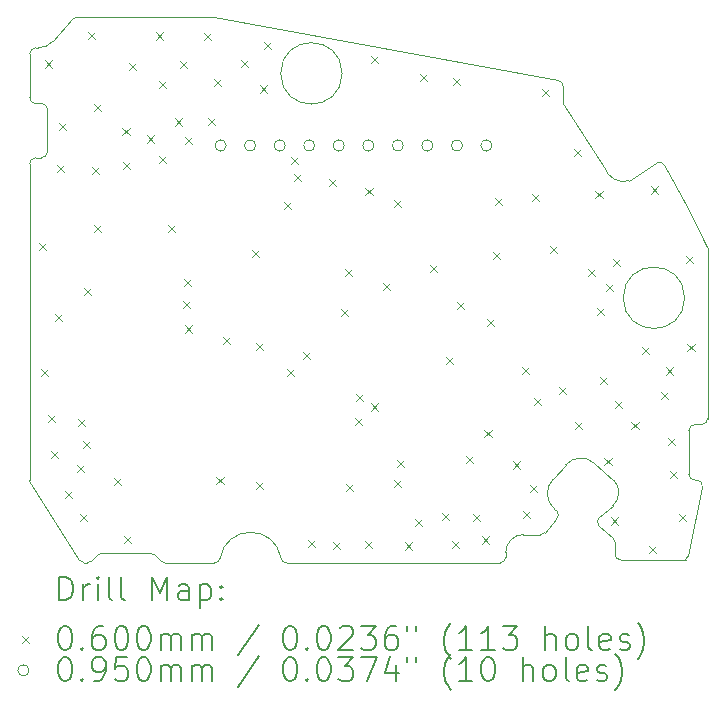
<source format=gbr>
%FSLAX45Y45*%
G04 Gerber Fmt 4.5, Leading zero omitted, Abs format (unit mm)*
G04 Created by KiCad (PCBNEW (6.0.6)) date 2023-05-08 04:54:04*
%MOMM*%
%LPD*%
G01*
G04 APERTURE LIST*
%TA.AperFunction,Profile*%
%ADD10C,0.100000*%
%TD*%
%ADD11C,0.200000*%
%ADD12C,0.060000*%
%ADD13C,0.095000*%
G04 APERTURE END LIST*
D10*
X15915732Y-12644082D02*
X15915732Y-12684082D01*
X17461403Y-12673421D02*
X17580503Y-12092621D01*
X14012341Y-12692472D02*
G75*
G03*
X13497996Y-12694126I-257037J-43171D01*
G01*
X16343734Y-12364921D02*
X16246334Y-12476921D01*
X17429891Y-10489164D02*
G75*
G03*
X17429891Y-10489164I-260000J0D01*
G01*
X11884598Y-12036216D02*
X11884598Y-9354216D01*
X16839890Y-12560463D02*
G75*
G03*
X16823109Y-12523093I-49970J14D01*
G01*
X17515598Y-12032216D02*
X17531598Y-12032216D01*
X12492369Y-12653657D02*
X12910969Y-12653657D01*
X13445779Y-12733651D02*
G75*
G03*
X13497996Y-12694126I3091J50171D01*
G01*
X11934598Y-8374218D02*
G75*
G03*
X11884598Y-8424216I2J-50002D01*
G01*
X16703409Y-12418993D02*
X16823109Y-12523093D01*
X11984598Y-9304218D02*
G75*
G03*
X12034598Y-9254216I2J49998D01*
G01*
X12997025Y-12719000D02*
G75*
G03*
X13032379Y-12733646I35355J35350D01*
G01*
X17189194Y-9349690D02*
X16960194Y-9498390D01*
X11884598Y-8794216D02*
X11884598Y-8424216D01*
X12034604Y-8894216D02*
G75*
G03*
X11984598Y-8844216I-50004J-4D01*
G01*
X16317453Y-12025221D02*
X16422453Y-11904521D01*
X16835871Y-12038480D02*
X16662271Y-11887580D01*
X16889891Y-12709163D02*
X17326391Y-12709163D01*
X12346458Y-12733646D02*
X12370958Y-12733646D01*
X16208332Y-12494078D02*
G75*
G03*
X16246334Y-12476921I88J50468D01*
G01*
X16751399Y-9382819D02*
G75*
G03*
X16960194Y-9498390I162181J46609D01*
G01*
X12034598Y-9254216D02*
X12034598Y-8894216D01*
X17625600Y-11512021D02*
X17625600Y-10067321D01*
X11934598Y-8374216D02*
X11954398Y-8374216D01*
X13032379Y-12733646D02*
X13445779Y-12733646D01*
X17580501Y-12092621D02*
G75*
G03*
X17531598Y-12032216I-48911J10401D01*
G01*
X16343731Y-12364917D02*
G75*
G03*
X16348388Y-12294100I-33081J37738D01*
G01*
X12281349Y-8115000D02*
X13442649Y-8115000D01*
X14061632Y-12734082D02*
X15865732Y-12734082D01*
X13442649Y-8115000D02*
X16359749Y-8648500D01*
X12304396Y-12710686D02*
G75*
G03*
X12346458Y-12733646I42044J27016D01*
G01*
X17625600Y-10067321D02*
G75*
G03*
X17261426Y-9369044I-8178660J-3821339D01*
G01*
X12281349Y-8115002D02*
G75*
G03*
X12243598Y-8132216I11J-50028D01*
G01*
X16065732Y-12494082D02*
X16208332Y-12494082D01*
X17465598Y-11982216D02*
X17465598Y-11612216D01*
X12082881Y-8315766D02*
X12243598Y-8132216D01*
X14529891Y-8589164D02*
G75*
G03*
X14529891Y-8589164I-260000J0D01*
G01*
X17326391Y-12709163D02*
X17437891Y-12705963D01*
X16751397Y-9382820D02*
X16409397Y-8856220D01*
X16401183Y-8697761D02*
G75*
G03*
X16359749Y-8648500I-50023J-19D01*
G01*
X11934598Y-9304216D02*
X11984598Y-9304216D01*
X12406313Y-12719001D02*
X12457013Y-12668301D01*
X16708133Y-12348251D02*
X16821333Y-12249851D01*
X16821330Y-12249847D02*
G75*
G03*
X16835871Y-12038480I-98600J112967D01*
G01*
X11884598Y-12036216D02*
G75*
G03*
X11892698Y-12063499I49952J-14D01*
G01*
X14012340Y-12692472D02*
G75*
G03*
X14061632Y-12734082I49310J8412D01*
G01*
X15865732Y-12734082D02*
G75*
G03*
X15915732Y-12684082I-2J50002D01*
G01*
X11934598Y-9304218D02*
G75*
G03*
X11884598Y-9354216I2J-50002D01*
G01*
X16839891Y-12659163D02*
X16839891Y-12560463D01*
X12946324Y-12668301D02*
X12997024Y-12719001D01*
X12492369Y-12653657D02*
G75*
G03*
X12457013Y-12668301I1J-50003D01*
G01*
X12370958Y-12733646D02*
G75*
G03*
X12406313Y-12719001I2J49996D01*
G01*
X17515598Y-11562218D02*
G75*
G03*
X17465598Y-11612216I2J-50002D01*
G01*
X11984598Y-8844216D02*
X11934598Y-8844216D01*
X16839887Y-12659163D02*
G75*
G03*
X16889891Y-12709163I50004J4D01*
G01*
X11884604Y-8794216D02*
G75*
G03*
X11934598Y-8844216I49996J-4D01*
G01*
X17261421Y-9369046D02*
G75*
G03*
X17189194Y-9349690I-44631J-22104D01*
G01*
X11954398Y-8374215D02*
G75*
G03*
X12082881Y-8315766I262J169865D01*
G01*
X16401182Y-8697761D02*
X16401182Y-8828761D01*
X17575600Y-11562020D02*
G75*
G03*
X17625600Y-11512021I0J50000D01*
G01*
X16348388Y-12294100D02*
X16325788Y-12274400D01*
X17465604Y-11982216D02*
G75*
G03*
X17515598Y-12032216I49996J-4D01*
G01*
X11892698Y-12063499D02*
X12304399Y-12710684D01*
X16708129Y-12348247D02*
G75*
G03*
X16703409Y-12418993I33011J-37733D01*
G01*
X16317448Y-12025216D02*
G75*
G03*
X16325788Y-12274400I119742J-120724D01*
G01*
X12946325Y-12668300D02*
G75*
G03*
X12910969Y-12653657I-35355J-35360D01*
G01*
X16065732Y-12494082D02*
G75*
G03*
X15915732Y-12644082I-2J-149998D01*
G01*
X16662268Y-11887583D02*
G75*
G03*
X16422453Y-11904521I-111438J-128377D01*
G01*
X17437892Y-12705966D02*
G75*
G03*
X17461403Y-12673421I-25582J43246D01*
G01*
X16401185Y-8828761D02*
G75*
G03*
X16409397Y-8856220I50015J1D01*
G01*
X17575600Y-11562021D02*
X17515598Y-11562216D01*
D11*
D12*
X11961000Y-10024000D02*
X12021000Y-10084000D01*
X12021000Y-10024000D02*
X11961000Y-10084000D01*
X11977000Y-11091000D02*
X12037000Y-11151000D01*
X12037000Y-11091000D02*
X11977000Y-11151000D01*
X12011000Y-8480000D02*
X12071000Y-8540000D01*
X12071000Y-8480000D02*
X12011000Y-8540000D01*
X12040000Y-11481000D02*
X12100000Y-11541000D01*
X12100000Y-11481000D02*
X12040000Y-11541000D01*
X12062000Y-11789000D02*
X12122000Y-11849000D01*
X12122000Y-11789000D02*
X12062000Y-11849000D01*
X12102000Y-10623000D02*
X12162000Y-10683000D01*
X12162000Y-10623000D02*
X12102000Y-10683000D01*
X12119000Y-9361000D02*
X12179000Y-9421000D01*
X12179000Y-9361000D02*
X12119000Y-9421000D01*
X12129000Y-9011000D02*
X12189000Y-9071000D01*
X12189000Y-9011000D02*
X12129000Y-9071000D01*
X12180000Y-12127000D02*
X12240000Y-12187000D01*
X12240000Y-12127000D02*
X12180000Y-12187000D01*
X12286000Y-11902000D02*
X12346000Y-11962000D01*
X12346000Y-11902000D02*
X12286000Y-11962000D01*
X12294000Y-11515000D02*
X12354000Y-11575000D01*
X12354000Y-11515000D02*
X12294000Y-11575000D01*
X12314000Y-12323000D02*
X12374000Y-12383000D01*
X12374000Y-12323000D02*
X12314000Y-12383000D01*
X12335000Y-11698000D02*
X12395000Y-11758000D01*
X12395000Y-11698000D02*
X12335000Y-11758000D01*
X12347000Y-10410000D02*
X12407000Y-10470000D01*
X12407000Y-10410000D02*
X12347000Y-10470000D01*
X12382000Y-8241000D02*
X12442000Y-8301000D01*
X12442000Y-8241000D02*
X12382000Y-8301000D01*
X12415000Y-9378000D02*
X12475000Y-9438000D01*
X12475000Y-9378000D02*
X12415000Y-9438000D01*
X12427000Y-8848000D02*
X12487000Y-8908000D01*
X12487000Y-8848000D02*
X12427000Y-8908000D01*
X12428000Y-9871000D02*
X12488000Y-9931000D01*
X12488000Y-9871000D02*
X12428000Y-9931000D01*
X12601000Y-12014000D02*
X12661000Y-12074000D01*
X12661000Y-12014000D02*
X12601000Y-12074000D01*
X12670000Y-9049000D02*
X12730000Y-9109000D01*
X12730000Y-9049000D02*
X12670000Y-9109000D01*
X12677000Y-9342000D02*
X12737000Y-9402000D01*
X12737000Y-9342000D02*
X12677000Y-9402000D01*
X12680000Y-12506000D02*
X12740000Y-12566000D01*
X12740000Y-12506000D02*
X12680000Y-12566000D01*
X12723000Y-8504000D02*
X12783000Y-8564000D01*
X12783000Y-8504000D02*
X12723000Y-8564000D01*
X12877000Y-9115000D02*
X12937000Y-9175000D01*
X12937000Y-9115000D02*
X12877000Y-9175000D01*
X12955000Y-8243000D02*
X13015000Y-8303000D01*
X13015000Y-8243000D02*
X12955000Y-8303000D01*
X12978822Y-8655763D02*
X13038822Y-8715763D01*
X13038822Y-8655763D02*
X12978822Y-8715763D01*
X12982000Y-9290000D02*
X13042000Y-9350000D01*
X13042000Y-9290000D02*
X12982000Y-9350000D01*
X13054000Y-9874000D02*
X13114000Y-9934000D01*
X13114000Y-9874000D02*
X13054000Y-9934000D01*
X13117000Y-8971000D02*
X13177000Y-9031000D01*
X13177000Y-8971000D02*
X13117000Y-9031000D01*
X13159000Y-8487000D02*
X13219000Y-8547000D01*
X13219000Y-8487000D02*
X13159000Y-8547000D01*
X13184000Y-10516000D02*
X13244000Y-10576000D01*
X13244000Y-10516000D02*
X13184000Y-10576000D01*
X13188000Y-10331000D02*
X13248000Y-10391000D01*
X13248000Y-10331000D02*
X13188000Y-10391000D01*
X13196000Y-9129000D02*
X13256000Y-9189000D01*
X13256000Y-9129000D02*
X13196000Y-9189000D01*
X13199000Y-10724000D02*
X13259000Y-10784000D01*
X13259000Y-10724000D02*
X13199000Y-10784000D01*
X13363000Y-8248000D02*
X13423000Y-8308000D01*
X13423000Y-8248000D02*
X13363000Y-8308000D01*
X13392000Y-8967000D02*
X13452000Y-9027000D01*
X13452000Y-8967000D02*
X13392000Y-9027000D01*
X13445000Y-8637000D02*
X13505000Y-8697000D01*
X13505000Y-8637000D02*
X13445000Y-8697000D01*
X13466000Y-12008000D02*
X13526000Y-12068000D01*
X13526000Y-12008000D02*
X13466000Y-12068000D01*
X13518000Y-10818000D02*
X13578000Y-10878000D01*
X13578000Y-10818000D02*
X13518000Y-10878000D01*
X13674000Y-8478000D02*
X13734000Y-8538000D01*
X13734000Y-8478000D02*
X13674000Y-8538000D01*
X13768000Y-10086000D02*
X13828000Y-10146000D01*
X13828000Y-10086000D02*
X13768000Y-10146000D01*
X13800000Y-12046000D02*
X13860000Y-12106000D01*
X13860000Y-12046000D02*
X13800000Y-12106000D01*
X13803000Y-10871000D02*
X13863000Y-10931000D01*
X13863000Y-10871000D02*
X13803000Y-10931000D01*
X13833000Y-8692000D02*
X13893000Y-8752000D01*
X13893000Y-8692000D02*
X13833000Y-8752000D01*
X13867000Y-8327000D02*
X13927000Y-8387000D01*
X13927000Y-8327000D02*
X13867000Y-8387000D01*
X14041104Y-9677104D02*
X14101104Y-9737104D01*
X14101104Y-9677104D02*
X14041104Y-9737104D01*
X14064206Y-11094997D02*
X14124206Y-11154997D01*
X14124206Y-11094997D02*
X14064206Y-11154997D01*
X14095000Y-9300000D02*
X14155000Y-9360000D01*
X14155000Y-9300000D02*
X14095000Y-9360000D01*
X14124186Y-9442100D02*
X14184186Y-9502100D01*
X14184186Y-9442100D02*
X14124186Y-9502100D01*
X14199671Y-10949334D02*
X14259671Y-11009334D01*
X14259671Y-10949334D02*
X14199671Y-11009334D01*
X14242000Y-12542000D02*
X14302000Y-12602000D01*
X14302000Y-12542000D02*
X14242000Y-12602000D01*
X14417000Y-9482050D02*
X14477000Y-9542050D01*
X14477000Y-9482050D02*
X14417000Y-9542050D01*
X14450000Y-12559000D02*
X14510000Y-12619000D01*
X14510000Y-12559000D02*
X14450000Y-12619000D01*
X14523000Y-10582000D02*
X14583000Y-10642000D01*
X14583000Y-10582000D02*
X14523000Y-10642000D01*
X14553000Y-10247000D02*
X14613000Y-10307000D01*
X14613000Y-10247000D02*
X14553000Y-10307000D01*
X14561000Y-12063000D02*
X14621000Y-12123000D01*
X14621000Y-12063000D02*
X14561000Y-12123000D01*
X14638000Y-11507000D02*
X14698000Y-11567000D01*
X14698000Y-11507000D02*
X14638000Y-11567000D01*
X14647000Y-11300000D02*
X14707000Y-11360000D01*
X14707000Y-11300000D02*
X14647000Y-11360000D01*
X14720000Y-12545000D02*
X14780000Y-12605000D01*
X14780000Y-12545000D02*
X14720000Y-12605000D01*
X14728000Y-9557000D02*
X14788000Y-9617000D01*
X14788000Y-9557000D02*
X14728000Y-9617000D01*
X14777000Y-11384000D02*
X14837000Y-11444000D01*
X14837000Y-11384000D02*
X14777000Y-11444000D01*
X14778000Y-8441000D02*
X14838000Y-8501000D01*
X14838000Y-8441000D02*
X14778000Y-8501000D01*
X14878000Y-10365000D02*
X14938000Y-10425000D01*
X14938000Y-10365000D02*
X14878000Y-10425000D01*
X14966000Y-9662000D02*
X15026000Y-9722000D01*
X15026000Y-9662000D02*
X14966000Y-9722000D01*
X14972000Y-12035000D02*
X15032000Y-12095000D01*
X15032000Y-12035000D02*
X14972000Y-12095000D01*
X14994000Y-11863000D02*
X15054000Y-11923000D01*
X15054000Y-11863000D02*
X14994000Y-11923000D01*
X15065000Y-12561000D02*
X15125000Y-12621000D01*
X15125000Y-12561000D02*
X15065000Y-12621000D01*
X15148000Y-12359000D02*
X15208000Y-12419000D01*
X15208000Y-12359000D02*
X15148000Y-12419000D01*
X15191000Y-8597000D02*
X15251000Y-8657000D01*
X15251000Y-8597000D02*
X15191000Y-8657000D01*
X15273000Y-10212000D02*
X15333000Y-10272000D01*
X15333000Y-10212000D02*
X15273000Y-10272000D01*
X15379000Y-12308000D02*
X15439000Y-12368000D01*
X15439000Y-12308000D02*
X15379000Y-12368000D01*
X15412000Y-10994000D02*
X15472000Y-11054000D01*
X15472000Y-10994000D02*
X15412000Y-11054000D01*
X15457000Y-12548000D02*
X15517000Y-12608000D01*
X15517000Y-12548000D02*
X15457000Y-12608000D01*
X15466000Y-8629000D02*
X15526000Y-8689000D01*
X15526000Y-8629000D02*
X15466000Y-8689000D01*
X15503000Y-10521000D02*
X15563000Y-10581000D01*
X15563000Y-10521000D02*
X15503000Y-10581000D01*
X15575000Y-11825000D02*
X15635000Y-11885000D01*
X15635000Y-11825000D02*
X15575000Y-11885000D01*
X15638000Y-12318000D02*
X15698000Y-12378000D01*
X15698000Y-12318000D02*
X15638000Y-12378000D01*
X15715000Y-12510000D02*
X15775000Y-12570000D01*
X15775000Y-12510000D02*
X15715000Y-12570000D01*
X15735000Y-11611000D02*
X15795000Y-11671000D01*
X15795000Y-11611000D02*
X15735000Y-11671000D01*
X15756000Y-10665000D02*
X15816000Y-10725000D01*
X15816000Y-10665000D02*
X15756000Y-10725000D01*
X15803896Y-10104896D02*
X15863896Y-10164896D01*
X15863896Y-10104896D02*
X15803896Y-10164896D01*
X15823000Y-9644000D02*
X15883000Y-9704000D01*
X15883000Y-9644000D02*
X15823000Y-9704000D01*
X15979000Y-11875000D02*
X16039000Y-11935000D01*
X16039000Y-11875000D02*
X15979000Y-11935000D01*
X16054000Y-11073000D02*
X16114000Y-11133000D01*
X16114000Y-11073000D02*
X16054000Y-11133000D01*
X16062000Y-12293000D02*
X16122000Y-12353000D01*
X16122000Y-12293000D02*
X16062000Y-12353000D01*
X16120000Y-12071000D02*
X16180000Y-12131000D01*
X16180000Y-12071000D02*
X16120000Y-12131000D01*
X16141000Y-9607000D02*
X16201000Y-9667000D01*
X16201000Y-9607000D02*
X16141000Y-9667000D01*
X16155000Y-11335000D02*
X16215000Y-11395000D01*
X16215000Y-11335000D02*
X16155000Y-11395000D01*
X16221000Y-8718000D02*
X16281000Y-8778000D01*
X16281000Y-8718000D02*
X16221000Y-8778000D01*
X16287000Y-10053000D02*
X16347000Y-10113000D01*
X16347000Y-10053000D02*
X16287000Y-10113000D01*
X16364000Y-11245000D02*
X16424000Y-11305000D01*
X16424000Y-11245000D02*
X16364000Y-11305000D01*
X16494000Y-9227000D02*
X16554000Y-9287000D01*
X16554000Y-9227000D02*
X16494000Y-9287000D01*
X16501000Y-11540000D02*
X16561000Y-11600000D01*
X16561000Y-11540000D02*
X16501000Y-11600000D01*
X16614000Y-10246000D02*
X16674000Y-10306000D01*
X16674000Y-10246000D02*
X16614000Y-10306000D01*
X16675000Y-9588000D02*
X16735000Y-9648000D01*
X16735000Y-9588000D02*
X16675000Y-9648000D01*
X16691000Y-10574000D02*
X16751000Y-10634000D01*
X16751000Y-10574000D02*
X16691000Y-10634000D01*
X16711000Y-11156000D02*
X16771000Y-11216000D01*
X16771000Y-11156000D02*
X16711000Y-11216000D01*
X16751000Y-11842000D02*
X16811000Y-11902000D01*
X16811000Y-11842000D02*
X16751000Y-11902000D01*
X16764000Y-10370000D02*
X16824000Y-10430000D01*
X16824000Y-10370000D02*
X16764000Y-10430000D01*
X16805000Y-12349000D02*
X16865000Y-12409000D01*
X16865000Y-12349000D02*
X16805000Y-12409000D01*
X16822000Y-10159000D02*
X16882000Y-10219000D01*
X16882000Y-10159000D02*
X16822000Y-10219000D01*
X16839000Y-11361000D02*
X16899000Y-11421000D01*
X16899000Y-11361000D02*
X16839000Y-11421000D01*
X16980000Y-11541000D02*
X17040000Y-11601000D01*
X17040000Y-11541000D02*
X16980000Y-11601000D01*
X17070000Y-10904000D02*
X17130000Y-10964000D01*
X17130000Y-10904000D02*
X17070000Y-10964000D01*
X17128000Y-12591000D02*
X17188000Y-12651000D01*
X17188000Y-12591000D02*
X17128000Y-12651000D01*
X17148000Y-9547000D02*
X17208000Y-9607000D01*
X17208000Y-9547000D02*
X17148000Y-9607000D01*
X17228000Y-11289000D02*
X17288000Y-11349000D01*
X17288000Y-11289000D02*
X17228000Y-11349000D01*
X17270000Y-11079000D02*
X17330000Y-11139000D01*
X17330000Y-11079000D02*
X17270000Y-11139000D01*
X17292000Y-11673000D02*
X17352000Y-11733000D01*
X17352000Y-11673000D02*
X17292000Y-11733000D01*
X17305000Y-11955000D02*
X17365000Y-12015000D01*
X17365000Y-11955000D02*
X17305000Y-12015000D01*
X17382000Y-12322000D02*
X17442000Y-12382000D01*
X17442000Y-12322000D02*
X17382000Y-12382000D01*
X17439000Y-10139000D02*
X17499000Y-10199000D01*
X17499000Y-10139000D02*
X17439000Y-10199000D01*
X17454000Y-10883000D02*
X17514000Y-10943000D01*
X17514000Y-10883000D02*
X17454000Y-10943000D01*
D13*
X13548999Y-9200000D02*
G75*
G03*
X13548999Y-9200000I-47500J0D01*
G01*
X13798999Y-9200000D02*
G75*
G03*
X13798999Y-9200000I-47500J0D01*
G01*
X14048999Y-9200000D02*
G75*
G03*
X14048999Y-9200000I-47500J0D01*
G01*
X14298999Y-9200000D02*
G75*
G03*
X14298999Y-9200000I-47500J0D01*
G01*
X14548999Y-9200000D02*
G75*
G03*
X14548999Y-9200000I-47500J0D01*
G01*
X14798999Y-9200000D02*
G75*
G03*
X14798999Y-9200000I-47500J0D01*
G01*
X15048999Y-9200000D02*
G75*
G03*
X15048999Y-9200000I-47500J0D01*
G01*
X15298999Y-9200000D02*
G75*
G03*
X15298999Y-9200000I-47500J0D01*
G01*
X15548999Y-9200000D02*
G75*
G03*
X15548999Y-9200000I-47500J0D01*
G01*
X15798999Y-9200000D02*
G75*
G03*
X15798999Y-9200000I-47500J0D01*
G01*
D11*
X12137217Y-13049558D02*
X12137217Y-12849558D01*
X12184836Y-12849558D01*
X12213407Y-12859082D01*
X12232455Y-12878130D01*
X12241979Y-12897177D01*
X12251502Y-12935272D01*
X12251502Y-12963844D01*
X12241979Y-13001939D01*
X12232455Y-13020987D01*
X12213407Y-13040034D01*
X12184836Y-13049558D01*
X12137217Y-13049558D01*
X12337217Y-13049558D02*
X12337217Y-12916225D01*
X12337217Y-12954320D02*
X12346740Y-12935272D01*
X12356264Y-12925749D01*
X12375312Y-12916225D01*
X12394360Y-12916225D01*
X12461026Y-13049558D02*
X12461026Y-12916225D01*
X12461026Y-12849558D02*
X12451502Y-12859082D01*
X12461026Y-12868606D01*
X12470550Y-12859082D01*
X12461026Y-12849558D01*
X12461026Y-12868606D01*
X12584836Y-13049558D02*
X12565788Y-13040034D01*
X12556264Y-13020987D01*
X12556264Y-12849558D01*
X12689598Y-13049558D02*
X12670550Y-13040034D01*
X12661026Y-13020987D01*
X12661026Y-12849558D01*
X12918169Y-13049558D02*
X12918169Y-12849558D01*
X12984836Y-12992415D01*
X13051502Y-12849558D01*
X13051502Y-13049558D01*
X13232455Y-13049558D02*
X13232455Y-12944796D01*
X13222931Y-12925749D01*
X13203883Y-12916225D01*
X13165788Y-12916225D01*
X13146740Y-12925749D01*
X13232455Y-13040034D02*
X13213407Y-13049558D01*
X13165788Y-13049558D01*
X13146740Y-13040034D01*
X13137217Y-13020987D01*
X13137217Y-13001939D01*
X13146740Y-12982892D01*
X13165788Y-12973368D01*
X13213407Y-12973368D01*
X13232455Y-12963844D01*
X13327693Y-12916225D02*
X13327693Y-13116225D01*
X13327693Y-12925749D02*
X13346740Y-12916225D01*
X13384836Y-12916225D01*
X13403883Y-12925749D01*
X13413407Y-12935272D01*
X13422931Y-12954320D01*
X13422931Y-13011463D01*
X13413407Y-13030511D01*
X13403883Y-13040034D01*
X13384836Y-13049558D01*
X13346740Y-13049558D01*
X13327693Y-13040034D01*
X13508645Y-13030511D02*
X13518169Y-13040034D01*
X13508645Y-13049558D01*
X13499121Y-13040034D01*
X13508645Y-13030511D01*
X13508645Y-13049558D01*
X13508645Y-12925749D02*
X13518169Y-12935272D01*
X13508645Y-12944796D01*
X13499121Y-12935272D01*
X13508645Y-12925749D01*
X13508645Y-12944796D01*
D12*
X11819598Y-13349082D02*
X11879598Y-13409082D01*
X11879598Y-13349082D02*
X11819598Y-13409082D01*
D11*
X12175312Y-13269558D02*
X12194360Y-13269558D01*
X12213407Y-13279082D01*
X12222931Y-13288606D01*
X12232455Y-13307653D01*
X12241979Y-13345749D01*
X12241979Y-13393368D01*
X12232455Y-13431463D01*
X12222931Y-13450511D01*
X12213407Y-13460034D01*
X12194360Y-13469558D01*
X12175312Y-13469558D01*
X12156264Y-13460034D01*
X12146740Y-13450511D01*
X12137217Y-13431463D01*
X12127693Y-13393368D01*
X12127693Y-13345749D01*
X12137217Y-13307653D01*
X12146740Y-13288606D01*
X12156264Y-13279082D01*
X12175312Y-13269558D01*
X12327693Y-13450511D02*
X12337217Y-13460034D01*
X12327693Y-13469558D01*
X12318169Y-13460034D01*
X12327693Y-13450511D01*
X12327693Y-13469558D01*
X12508645Y-13269558D02*
X12470550Y-13269558D01*
X12451502Y-13279082D01*
X12441979Y-13288606D01*
X12422931Y-13317177D01*
X12413407Y-13355272D01*
X12413407Y-13431463D01*
X12422931Y-13450511D01*
X12432455Y-13460034D01*
X12451502Y-13469558D01*
X12489598Y-13469558D01*
X12508645Y-13460034D01*
X12518169Y-13450511D01*
X12527693Y-13431463D01*
X12527693Y-13383844D01*
X12518169Y-13364796D01*
X12508645Y-13355272D01*
X12489598Y-13345749D01*
X12451502Y-13345749D01*
X12432455Y-13355272D01*
X12422931Y-13364796D01*
X12413407Y-13383844D01*
X12651502Y-13269558D02*
X12670550Y-13269558D01*
X12689598Y-13279082D01*
X12699121Y-13288606D01*
X12708645Y-13307653D01*
X12718169Y-13345749D01*
X12718169Y-13393368D01*
X12708645Y-13431463D01*
X12699121Y-13450511D01*
X12689598Y-13460034D01*
X12670550Y-13469558D01*
X12651502Y-13469558D01*
X12632455Y-13460034D01*
X12622931Y-13450511D01*
X12613407Y-13431463D01*
X12603883Y-13393368D01*
X12603883Y-13345749D01*
X12613407Y-13307653D01*
X12622931Y-13288606D01*
X12632455Y-13279082D01*
X12651502Y-13269558D01*
X12841979Y-13269558D02*
X12861026Y-13269558D01*
X12880074Y-13279082D01*
X12889598Y-13288606D01*
X12899121Y-13307653D01*
X12908645Y-13345749D01*
X12908645Y-13393368D01*
X12899121Y-13431463D01*
X12889598Y-13450511D01*
X12880074Y-13460034D01*
X12861026Y-13469558D01*
X12841979Y-13469558D01*
X12822931Y-13460034D01*
X12813407Y-13450511D01*
X12803883Y-13431463D01*
X12794360Y-13393368D01*
X12794360Y-13345749D01*
X12803883Y-13307653D01*
X12813407Y-13288606D01*
X12822931Y-13279082D01*
X12841979Y-13269558D01*
X12994360Y-13469558D02*
X12994360Y-13336225D01*
X12994360Y-13355272D02*
X13003883Y-13345749D01*
X13022931Y-13336225D01*
X13051502Y-13336225D01*
X13070550Y-13345749D01*
X13080074Y-13364796D01*
X13080074Y-13469558D01*
X13080074Y-13364796D02*
X13089598Y-13345749D01*
X13108645Y-13336225D01*
X13137217Y-13336225D01*
X13156264Y-13345749D01*
X13165788Y-13364796D01*
X13165788Y-13469558D01*
X13261026Y-13469558D02*
X13261026Y-13336225D01*
X13261026Y-13355272D02*
X13270550Y-13345749D01*
X13289598Y-13336225D01*
X13318169Y-13336225D01*
X13337217Y-13345749D01*
X13346740Y-13364796D01*
X13346740Y-13469558D01*
X13346740Y-13364796D02*
X13356264Y-13345749D01*
X13375312Y-13336225D01*
X13403883Y-13336225D01*
X13422931Y-13345749D01*
X13432455Y-13364796D01*
X13432455Y-13469558D01*
X13822931Y-13260034D02*
X13651502Y-13517177D01*
X14080074Y-13269558D02*
X14099121Y-13269558D01*
X14118169Y-13279082D01*
X14127693Y-13288606D01*
X14137217Y-13307653D01*
X14146740Y-13345749D01*
X14146740Y-13393368D01*
X14137217Y-13431463D01*
X14127693Y-13450511D01*
X14118169Y-13460034D01*
X14099121Y-13469558D01*
X14080074Y-13469558D01*
X14061026Y-13460034D01*
X14051502Y-13450511D01*
X14041979Y-13431463D01*
X14032455Y-13393368D01*
X14032455Y-13345749D01*
X14041979Y-13307653D01*
X14051502Y-13288606D01*
X14061026Y-13279082D01*
X14080074Y-13269558D01*
X14232455Y-13450511D02*
X14241979Y-13460034D01*
X14232455Y-13469558D01*
X14222931Y-13460034D01*
X14232455Y-13450511D01*
X14232455Y-13469558D01*
X14365788Y-13269558D02*
X14384836Y-13269558D01*
X14403883Y-13279082D01*
X14413407Y-13288606D01*
X14422931Y-13307653D01*
X14432455Y-13345749D01*
X14432455Y-13393368D01*
X14422931Y-13431463D01*
X14413407Y-13450511D01*
X14403883Y-13460034D01*
X14384836Y-13469558D01*
X14365788Y-13469558D01*
X14346740Y-13460034D01*
X14337217Y-13450511D01*
X14327693Y-13431463D01*
X14318169Y-13393368D01*
X14318169Y-13345749D01*
X14327693Y-13307653D01*
X14337217Y-13288606D01*
X14346740Y-13279082D01*
X14365788Y-13269558D01*
X14508645Y-13288606D02*
X14518169Y-13279082D01*
X14537217Y-13269558D01*
X14584836Y-13269558D01*
X14603883Y-13279082D01*
X14613407Y-13288606D01*
X14622931Y-13307653D01*
X14622931Y-13326701D01*
X14613407Y-13355272D01*
X14499121Y-13469558D01*
X14622931Y-13469558D01*
X14689598Y-13269558D02*
X14813407Y-13269558D01*
X14746740Y-13345749D01*
X14775312Y-13345749D01*
X14794360Y-13355272D01*
X14803883Y-13364796D01*
X14813407Y-13383844D01*
X14813407Y-13431463D01*
X14803883Y-13450511D01*
X14794360Y-13460034D01*
X14775312Y-13469558D01*
X14718169Y-13469558D01*
X14699121Y-13460034D01*
X14689598Y-13450511D01*
X14984836Y-13269558D02*
X14946740Y-13269558D01*
X14927693Y-13279082D01*
X14918169Y-13288606D01*
X14899121Y-13317177D01*
X14889598Y-13355272D01*
X14889598Y-13431463D01*
X14899121Y-13450511D01*
X14908645Y-13460034D01*
X14927693Y-13469558D01*
X14965788Y-13469558D01*
X14984836Y-13460034D01*
X14994360Y-13450511D01*
X15003883Y-13431463D01*
X15003883Y-13383844D01*
X14994360Y-13364796D01*
X14984836Y-13355272D01*
X14965788Y-13345749D01*
X14927693Y-13345749D01*
X14908645Y-13355272D01*
X14899121Y-13364796D01*
X14889598Y-13383844D01*
X15080074Y-13269558D02*
X15080074Y-13307653D01*
X15156264Y-13269558D02*
X15156264Y-13307653D01*
X15451502Y-13545749D02*
X15441979Y-13536225D01*
X15422931Y-13507653D01*
X15413407Y-13488606D01*
X15403883Y-13460034D01*
X15394360Y-13412415D01*
X15394360Y-13374320D01*
X15403883Y-13326701D01*
X15413407Y-13298130D01*
X15422931Y-13279082D01*
X15441979Y-13250511D01*
X15451502Y-13240987D01*
X15632455Y-13469558D02*
X15518169Y-13469558D01*
X15575312Y-13469558D02*
X15575312Y-13269558D01*
X15556264Y-13298130D01*
X15537217Y-13317177D01*
X15518169Y-13326701D01*
X15822931Y-13469558D02*
X15708645Y-13469558D01*
X15765788Y-13469558D02*
X15765788Y-13269558D01*
X15746740Y-13298130D01*
X15727693Y-13317177D01*
X15708645Y-13326701D01*
X15889598Y-13269558D02*
X16013407Y-13269558D01*
X15946740Y-13345749D01*
X15975312Y-13345749D01*
X15994360Y-13355272D01*
X16003883Y-13364796D01*
X16013407Y-13383844D01*
X16013407Y-13431463D01*
X16003883Y-13450511D01*
X15994360Y-13460034D01*
X15975312Y-13469558D01*
X15918169Y-13469558D01*
X15899121Y-13460034D01*
X15889598Y-13450511D01*
X16251502Y-13469558D02*
X16251502Y-13269558D01*
X16337217Y-13469558D02*
X16337217Y-13364796D01*
X16327693Y-13345749D01*
X16308645Y-13336225D01*
X16280074Y-13336225D01*
X16261026Y-13345749D01*
X16251502Y-13355272D01*
X16461026Y-13469558D02*
X16441979Y-13460034D01*
X16432455Y-13450511D01*
X16422931Y-13431463D01*
X16422931Y-13374320D01*
X16432455Y-13355272D01*
X16441979Y-13345749D01*
X16461026Y-13336225D01*
X16489598Y-13336225D01*
X16508645Y-13345749D01*
X16518169Y-13355272D01*
X16527693Y-13374320D01*
X16527693Y-13431463D01*
X16518169Y-13450511D01*
X16508645Y-13460034D01*
X16489598Y-13469558D01*
X16461026Y-13469558D01*
X16641979Y-13469558D02*
X16622931Y-13460034D01*
X16613407Y-13440987D01*
X16613407Y-13269558D01*
X16794360Y-13460034D02*
X16775312Y-13469558D01*
X16737217Y-13469558D01*
X16718169Y-13460034D01*
X16708645Y-13440987D01*
X16708645Y-13364796D01*
X16718169Y-13345749D01*
X16737217Y-13336225D01*
X16775312Y-13336225D01*
X16794360Y-13345749D01*
X16803883Y-13364796D01*
X16803883Y-13383844D01*
X16708645Y-13402892D01*
X16880074Y-13460034D02*
X16899122Y-13469558D01*
X16937217Y-13469558D01*
X16956264Y-13460034D01*
X16965788Y-13440987D01*
X16965788Y-13431463D01*
X16956264Y-13412415D01*
X16937217Y-13402892D01*
X16908645Y-13402892D01*
X16889598Y-13393368D01*
X16880074Y-13374320D01*
X16880074Y-13364796D01*
X16889598Y-13345749D01*
X16908645Y-13336225D01*
X16937217Y-13336225D01*
X16956264Y-13345749D01*
X17032455Y-13545749D02*
X17041979Y-13536225D01*
X17061026Y-13507653D01*
X17070550Y-13488606D01*
X17080074Y-13460034D01*
X17089598Y-13412415D01*
X17089598Y-13374320D01*
X17080074Y-13326701D01*
X17070550Y-13298130D01*
X17061026Y-13279082D01*
X17041979Y-13250511D01*
X17032455Y-13240987D01*
D13*
X11879598Y-13643082D02*
G75*
G03*
X11879598Y-13643082I-47500J0D01*
G01*
D11*
X12175312Y-13533558D02*
X12194360Y-13533558D01*
X12213407Y-13543082D01*
X12222931Y-13552606D01*
X12232455Y-13571653D01*
X12241979Y-13609749D01*
X12241979Y-13657368D01*
X12232455Y-13695463D01*
X12222931Y-13714511D01*
X12213407Y-13724034D01*
X12194360Y-13733558D01*
X12175312Y-13733558D01*
X12156264Y-13724034D01*
X12146740Y-13714511D01*
X12137217Y-13695463D01*
X12127693Y-13657368D01*
X12127693Y-13609749D01*
X12137217Y-13571653D01*
X12146740Y-13552606D01*
X12156264Y-13543082D01*
X12175312Y-13533558D01*
X12327693Y-13714511D02*
X12337217Y-13724034D01*
X12327693Y-13733558D01*
X12318169Y-13724034D01*
X12327693Y-13714511D01*
X12327693Y-13733558D01*
X12432455Y-13733558D02*
X12470550Y-13733558D01*
X12489598Y-13724034D01*
X12499121Y-13714511D01*
X12518169Y-13685939D01*
X12527693Y-13647844D01*
X12527693Y-13571653D01*
X12518169Y-13552606D01*
X12508645Y-13543082D01*
X12489598Y-13533558D01*
X12451502Y-13533558D01*
X12432455Y-13543082D01*
X12422931Y-13552606D01*
X12413407Y-13571653D01*
X12413407Y-13619272D01*
X12422931Y-13638320D01*
X12432455Y-13647844D01*
X12451502Y-13657368D01*
X12489598Y-13657368D01*
X12508645Y-13647844D01*
X12518169Y-13638320D01*
X12527693Y-13619272D01*
X12708645Y-13533558D02*
X12613407Y-13533558D01*
X12603883Y-13628796D01*
X12613407Y-13619272D01*
X12632455Y-13609749D01*
X12680074Y-13609749D01*
X12699121Y-13619272D01*
X12708645Y-13628796D01*
X12718169Y-13647844D01*
X12718169Y-13695463D01*
X12708645Y-13714511D01*
X12699121Y-13724034D01*
X12680074Y-13733558D01*
X12632455Y-13733558D01*
X12613407Y-13724034D01*
X12603883Y-13714511D01*
X12841979Y-13533558D02*
X12861026Y-13533558D01*
X12880074Y-13543082D01*
X12889598Y-13552606D01*
X12899121Y-13571653D01*
X12908645Y-13609749D01*
X12908645Y-13657368D01*
X12899121Y-13695463D01*
X12889598Y-13714511D01*
X12880074Y-13724034D01*
X12861026Y-13733558D01*
X12841979Y-13733558D01*
X12822931Y-13724034D01*
X12813407Y-13714511D01*
X12803883Y-13695463D01*
X12794360Y-13657368D01*
X12794360Y-13609749D01*
X12803883Y-13571653D01*
X12813407Y-13552606D01*
X12822931Y-13543082D01*
X12841979Y-13533558D01*
X12994360Y-13733558D02*
X12994360Y-13600225D01*
X12994360Y-13619272D02*
X13003883Y-13609749D01*
X13022931Y-13600225D01*
X13051502Y-13600225D01*
X13070550Y-13609749D01*
X13080074Y-13628796D01*
X13080074Y-13733558D01*
X13080074Y-13628796D02*
X13089598Y-13609749D01*
X13108645Y-13600225D01*
X13137217Y-13600225D01*
X13156264Y-13609749D01*
X13165788Y-13628796D01*
X13165788Y-13733558D01*
X13261026Y-13733558D02*
X13261026Y-13600225D01*
X13261026Y-13619272D02*
X13270550Y-13609749D01*
X13289598Y-13600225D01*
X13318169Y-13600225D01*
X13337217Y-13609749D01*
X13346740Y-13628796D01*
X13346740Y-13733558D01*
X13346740Y-13628796D02*
X13356264Y-13609749D01*
X13375312Y-13600225D01*
X13403883Y-13600225D01*
X13422931Y-13609749D01*
X13432455Y-13628796D01*
X13432455Y-13733558D01*
X13822931Y-13524034D02*
X13651502Y-13781177D01*
X14080074Y-13533558D02*
X14099121Y-13533558D01*
X14118169Y-13543082D01*
X14127693Y-13552606D01*
X14137217Y-13571653D01*
X14146740Y-13609749D01*
X14146740Y-13657368D01*
X14137217Y-13695463D01*
X14127693Y-13714511D01*
X14118169Y-13724034D01*
X14099121Y-13733558D01*
X14080074Y-13733558D01*
X14061026Y-13724034D01*
X14051502Y-13714511D01*
X14041979Y-13695463D01*
X14032455Y-13657368D01*
X14032455Y-13609749D01*
X14041979Y-13571653D01*
X14051502Y-13552606D01*
X14061026Y-13543082D01*
X14080074Y-13533558D01*
X14232455Y-13714511D02*
X14241979Y-13724034D01*
X14232455Y-13733558D01*
X14222931Y-13724034D01*
X14232455Y-13714511D01*
X14232455Y-13733558D01*
X14365788Y-13533558D02*
X14384836Y-13533558D01*
X14403883Y-13543082D01*
X14413407Y-13552606D01*
X14422931Y-13571653D01*
X14432455Y-13609749D01*
X14432455Y-13657368D01*
X14422931Y-13695463D01*
X14413407Y-13714511D01*
X14403883Y-13724034D01*
X14384836Y-13733558D01*
X14365788Y-13733558D01*
X14346740Y-13724034D01*
X14337217Y-13714511D01*
X14327693Y-13695463D01*
X14318169Y-13657368D01*
X14318169Y-13609749D01*
X14327693Y-13571653D01*
X14337217Y-13552606D01*
X14346740Y-13543082D01*
X14365788Y-13533558D01*
X14499121Y-13533558D02*
X14622931Y-13533558D01*
X14556264Y-13609749D01*
X14584836Y-13609749D01*
X14603883Y-13619272D01*
X14613407Y-13628796D01*
X14622931Y-13647844D01*
X14622931Y-13695463D01*
X14613407Y-13714511D01*
X14603883Y-13724034D01*
X14584836Y-13733558D01*
X14527693Y-13733558D01*
X14508645Y-13724034D01*
X14499121Y-13714511D01*
X14689598Y-13533558D02*
X14822931Y-13533558D01*
X14737217Y-13733558D01*
X14984836Y-13600225D02*
X14984836Y-13733558D01*
X14937217Y-13524034D02*
X14889598Y-13666892D01*
X15013407Y-13666892D01*
X15080074Y-13533558D02*
X15080074Y-13571653D01*
X15156264Y-13533558D02*
X15156264Y-13571653D01*
X15451502Y-13809749D02*
X15441979Y-13800225D01*
X15422931Y-13771653D01*
X15413407Y-13752606D01*
X15403883Y-13724034D01*
X15394360Y-13676415D01*
X15394360Y-13638320D01*
X15403883Y-13590701D01*
X15413407Y-13562130D01*
X15422931Y-13543082D01*
X15441979Y-13514511D01*
X15451502Y-13504987D01*
X15632455Y-13733558D02*
X15518169Y-13733558D01*
X15575312Y-13733558D02*
X15575312Y-13533558D01*
X15556264Y-13562130D01*
X15537217Y-13581177D01*
X15518169Y-13590701D01*
X15756264Y-13533558D02*
X15775312Y-13533558D01*
X15794360Y-13543082D01*
X15803883Y-13552606D01*
X15813407Y-13571653D01*
X15822931Y-13609749D01*
X15822931Y-13657368D01*
X15813407Y-13695463D01*
X15803883Y-13714511D01*
X15794360Y-13724034D01*
X15775312Y-13733558D01*
X15756264Y-13733558D01*
X15737217Y-13724034D01*
X15727693Y-13714511D01*
X15718169Y-13695463D01*
X15708645Y-13657368D01*
X15708645Y-13609749D01*
X15718169Y-13571653D01*
X15727693Y-13552606D01*
X15737217Y-13543082D01*
X15756264Y-13533558D01*
X16061026Y-13733558D02*
X16061026Y-13533558D01*
X16146740Y-13733558D02*
X16146740Y-13628796D01*
X16137217Y-13609749D01*
X16118169Y-13600225D01*
X16089598Y-13600225D01*
X16070550Y-13609749D01*
X16061026Y-13619272D01*
X16270550Y-13733558D02*
X16251502Y-13724034D01*
X16241979Y-13714511D01*
X16232455Y-13695463D01*
X16232455Y-13638320D01*
X16241979Y-13619272D01*
X16251502Y-13609749D01*
X16270550Y-13600225D01*
X16299121Y-13600225D01*
X16318169Y-13609749D01*
X16327693Y-13619272D01*
X16337217Y-13638320D01*
X16337217Y-13695463D01*
X16327693Y-13714511D01*
X16318169Y-13724034D01*
X16299121Y-13733558D01*
X16270550Y-13733558D01*
X16451502Y-13733558D02*
X16432455Y-13724034D01*
X16422931Y-13704987D01*
X16422931Y-13533558D01*
X16603883Y-13724034D02*
X16584836Y-13733558D01*
X16546740Y-13733558D01*
X16527693Y-13724034D01*
X16518169Y-13704987D01*
X16518169Y-13628796D01*
X16527693Y-13609749D01*
X16546740Y-13600225D01*
X16584836Y-13600225D01*
X16603883Y-13609749D01*
X16613407Y-13628796D01*
X16613407Y-13647844D01*
X16518169Y-13666892D01*
X16689598Y-13724034D02*
X16708645Y-13733558D01*
X16746740Y-13733558D01*
X16765788Y-13724034D01*
X16775312Y-13704987D01*
X16775312Y-13695463D01*
X16765788Y-13676415D01*
X16746740Y-13666892D01*
X16718169Y-13666892D01*
X16699121Y-13657368D01*
X16689598Y-13638320D01*
X16689598Y-13628796D01*
X16699121Y-13609749D01*
X16718169Y-13600225D01*
X16746740Y-13600225D01*
X16765788Y-13609749D01*
X16841979Y-13809749D02*
X16851502Y-13800225D01*
X16870550Y-13771653D01*
X16880074Y-13752606D01*
X16889598Y-13724034D01*
X16899122Y-13676415D01*
X16899122Y-13638320D01*
X16889598Y-13590701D01*
X16880074Y-13562130D01*
X16870550Y-13543082D01*
X16851502Y-13514511D01*
X16841979Y-13504987D01*
M02*

</source>
